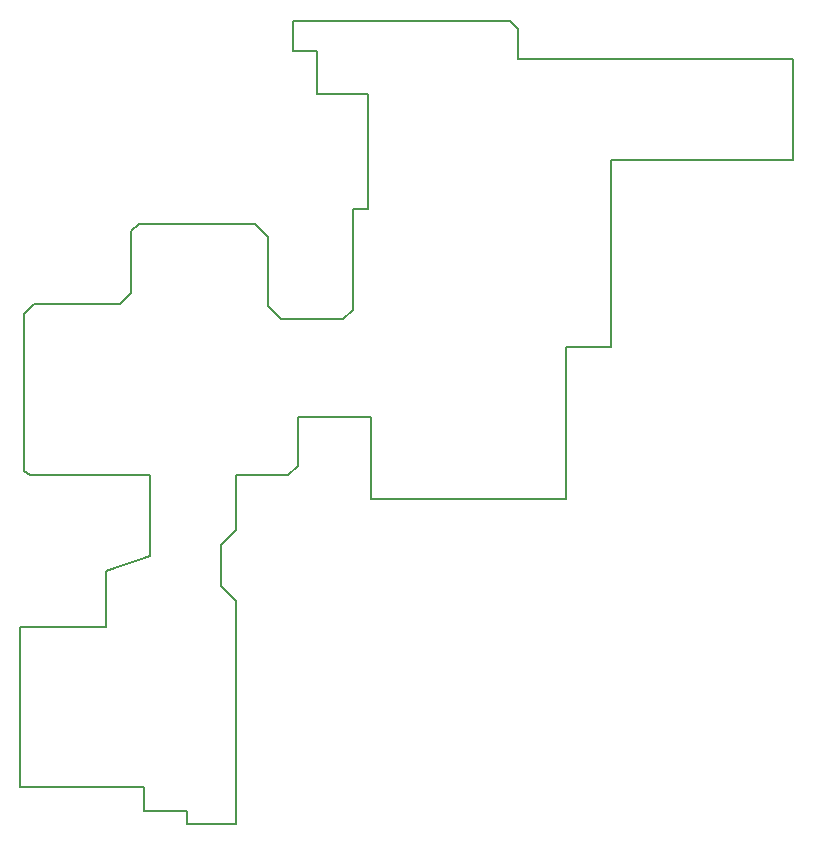
<source format=gbr>
G04 DipTrace 3.3.1.1*
G04 BoardOutline.gbr*
%MOIN*%
G04 #@! TF.FileFunction,Profile*
G04 #@! TF.Part,Single*
%ADD11C,0.005512*%
%FSLAX26Y26*%
G04*
G70*
G90*
G75*
G01*
G04 BoardOutline*
%LPD*%
X1301469Y3069835D2*
D11*
Y2969833D1*
X1382719D1*
Y2826084D1*
X1551469D1*
Y2444833D1*
X1501469D1*
Y2107335D1*
X1470217Y2076084D1*
X1263969D1*
X1220218Y2119833D1*
Y2351084D1*
X1176469Y2394835D1*
X788969D1*
X763969Y2369833D1*
Y2163584D1*
X726469Y2126084D1*
X438969D1*
X407719Y2094833D1*
Y1569833D1*
X424950Y1556199D1*
X824950D1*
Y1287450D1*
X681201Y1237450D1*
Y1049950D1*
X393701D1*
Y518701D1*
X806201D1*
Y437450D1*
X949950D1*
Y393701D1*
X1112451D1*
Y1137450D1*
X1062451Y1187450D1*
Y1324950D1*
X1112451Y1374950D1*
Y1556199D1*
X1287451D1*
X1318701Y1587450D1*
Y1749950D1*
X1563969Y1751084D1*
Y1476084D1*
X2213969D1*
Y1982335D1*
X2363969D1*
Y2607335D1*
X2970219D1*
Y2944833D1*
X2051469D1*
Y3044833D1*
X2026469Y3069835D1*
X1301469D1*
M02*

</source>
